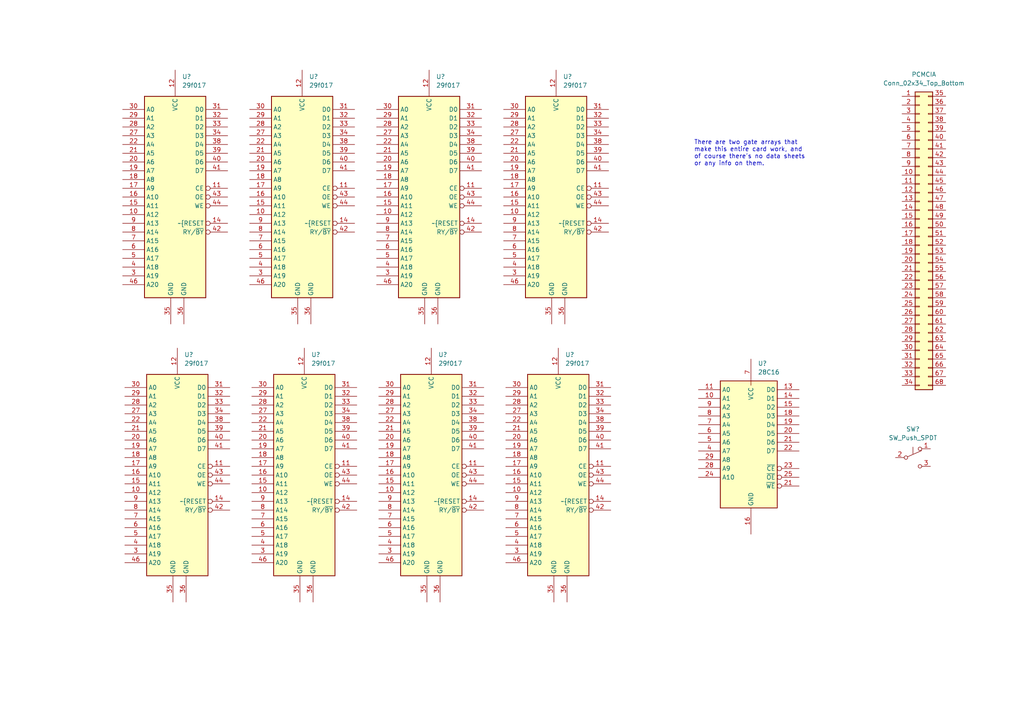
<source format=kicad_sch>
(kicad_sch (version 20211123) (generator eeschema)
  (paper "A4")
  (lib_symbols
    (symbol "Connector_Generic:Conn_02x34_Top_Bottom" (pin_names (offset 1.016) hide)
      (property "Reference" "J" (at 1.27 43.18 0))
      (property "Value" "Conn_02x34_Top_Bottom" (at 1.27 -45.72 0))
      (symbol "Conn_02x34_Top_Bottom_1_1"
        (rectangle (start -1.27 -43.053) (end 0 -43.307) (stroke (width 0.1524)))
        (rectangle (start -1.27 -40.513) (end 0 -40.767) (stroke (width 0.1524)))
        (rectangle (start -1.27 -37.973) (end 0 -38.227) (stroke (width 0.1524)))
        (rectangle (start -1.27 -35.433) (end 0 -35.687) (stroke (width 0.1524)))
        (rectangle (start -1.27 -32.893) (end 0 -33.147) (stroke (width 0.1524)))
        (rectangle (start -1.27 -30.353) (end 0 -30.607) (stroke (width 0.1524)))
        (rectangle (start -1.27 -27.813) (end 0 -28.067) (stroke (width 0.1524)))
        (rectangle (start -1.27 -25.273) (end 0 -25.527) (stroke (width 0.1524)))
        (rectangle (start -1.27 -22.733) (end 0 -22.987) (stroke (width 0.1524)))
        (rectangle (start -1.27 -20.193) (end 0 -20.447) (stroke (width 0.1524)))
        (rectangle (start -1.27 -17.653) (end 0 -17.907) (stroke (width 0.1524)))
        (rectangle (start -1.27 -15.113) (end 0 -15.367) (stroke (width 0.1524)))
        (rectangle (start -1.27 -12.573) (end 0 -12.827) (stroke (width 0.1524)))
        (rectangle (start -1.27 -10.033) (end 0 -10.287) (stroke (width 0.1524)))
        (rectangle (start -1.27 -7.493) (end 0 -7.747) (stroke (width 0.1524)))
        (rectangle (start -1.27 -4.953) (end 0 -5.207) (stroke (width 0.1524)))
        (rectangle (start -1.27 -2.413) (end 0 -2.667) (stroke (width 0.1524)))
        (rectangle (start -1.27 0.127) (end 0 -0.127) (stroke (width 0.1524)))
        (rectangle (start -1.27 2.667) (end 0 2.413) (stroke (width 0.1524)))
        (rectangle (start -1.27 5.207) (end 0 4.953) (stroke (width 0.1524)))
        (rectangle (start -1.27 7.747) (end 0 7.493) (stroke (width 0.1524)))
        (rectangle (start -1.27 10.287) (end 0 10.033) (stroke (width 0.1524)))
        (rectangle (start -1.27 12.827) (end 0 12.573) (stroke (width 0.1524)))
        (rectangle (start -1.27 15.367) (end 0 15.113) (stroke (width 0.1524)))
        (rectangle (start -1.27 17.907) (end 0 17.653) (stroke (width 0.1524)))
        (rectangle (start -1.27 20.447) (end 0 20.193) (stroke (width 0.1524)))
        (rectangle (start -1.27 22.987) (end 0 22.733) (stroke (width 0.1524)))
        (rectangle (start -1.27 25.527) (end 0 25.273) (stroke (width 0.1524)))
        (rectangle (start -1.27 28.067) (end 0 27.813) (stroke (width 0.1524)))
        (rectangle (start -1.27 30.607) (end 0 30.353) (stroke (width 0.1524)))
        (rectangle (start -1.27 33.147) (end 0 32.893) (stroke (width 0.1524)))
        (rectangle (start -1.27 35.687) (end 0 35.433) (stroke (width 0.1524)))
        (rectangle (start -1.27 38.227) (end 0 37.973) (stroke (width 0.1524)))
        (rectangle (start -1.27 40.767) (end 0 40.513) (stroke (width 0.1524)))
        (rectangle (start -1.27 41.91) (end 3.81 -44.45) (stroke (width 0.254)) (fill (type background)))
        (rectangle (start 3.81 -43.053) (end 2.54 -43.307) (stroke (width 0.1524)))
        (rectangle (start 3.81 -40.513) (end 2.54 -40.767) (stroke (width 0.1524)))
        (rectangle (start 3.81 -37.973) (end 2.54 -38.227) (stroke (width 0.1524)))
        (rectangle (start 3.81 -35.433) (end 2.54 -35.687) (stroke (width 0.1524)))
        (rectangle (start 3.81 -32.893) (end 2.54 -33.147) (stroke (width 0.1524)))
        (rectangle (start 3.81 -30.353) (end 2.54 -30.607) (stroke (width 0.1524)))
        (rectangle (start 3.81 -27.813) (end 2.54 -28.067) (stroke (width 0.1524)))
        (rectangle (start 3.81 -25.273) (end 2.54 -25.527) (stroke (width 0.1524)))
        (rectangle (start 3.81 -22.733) (end 2.54 -22.987) (stroke (width 0.1524)))
        (rectangle (start 3.81 -20.193) (end 2.54 -20.447) (stroke (width 0.1524)))
        (rectangle (start 3.81 -17.653) (end 2.54 -17.907) (stroke (width 0.1524)))
        (rectangle (start 3.81 -15.113) (end 2.54 -15.367) (stroke (width 0.1524)))
        (rectangle (start 3.81 -12.573) (end 2.54 -12.827) (stroke (width 0.1524)))
        (rectangle (start 3.81 -10.033) (end 2.54 -10.287) (stroke (width 0.1524)))
        (rectangle (start 3.81 -7.493) (end 2.54 -7.747) (stroke (width 0.1524)))
        (rectangle (start 3.81 -4.953) (end 2.54 -5.207) (stroke (width 0.1524)))
        (rectangle (start 3.81 -2.413) (end 2.54 -2.667) (stroke (width 0.1524)))
        (rectangle (start 3.81 0.127) (end 2.54 -0.127) (stroke (width 0.1524)))
        (rectangle (start 3.81 2.667) (end 2.54 2.413) (stroke (width 0.1524)))
        (rectangle (start 3.81 5.207) (end 2.54 4.953) (stroke (width 0.1524)))
        (rectangle (start 3.81 7.747) (end 2.54 7.493) (stroke (width 0.1524)))
        (rectangle (start 3.81 10.287) (end 2.54 10.033) (stroke (width 0.1524)))
        (rectangle (start 3.81 12.827) (end 2.54 12.573) (stroke (width 0.1524)))
        (rectangle (start 3.81 15.367) (end 2.54 15.113) (stroke (width 0.1524)))
        (rectangle (start 3.81 17.907) (end 2.54 17.653) (stroke (width 0.1524)))
        (rectangle (start 3.81 20.447) (end 2.54 20.193) (stroke (width 0.1524)))
        (rectangle (start 3.81 22.987) (end 2.54 22.733) (stroke (width 0.1524)))
        (rectangle (start 3.81 25.527) (end 2.54 25.273) (stroke (width 0.1524)))
        (rectangle (start 3.81 28.067) (end 2.54 27.813) (stroke (width 0.1524)))
        (rectangle (start 3.81 30.607) (end 2.54 30.353) (stroke (width 0.1524)))
        (rectangle (start 3.81 33.147) (end 2.54 32.893) (stroke (width 0.1524)))
        (rectangle (start 3.81 35.687) (end 2.54 35.433) (stroke (width 0.1524)))
        (rectangle (start 3.81 38.227) (end 2.54 37.973) (stroke (width 0.1524)))
        (rectangle (start 3.81 40.767) (end 2.54 40.513) (stroke (width 0.1524)))
        (pin passive line (at -5.08 40.64 0) (length 3.81) (name "Pin_1") (number "1"))
        (pin passive line (at -5.08 17.78 0) (length 3.81) (name "Pin_10") (number "10"))
        (pin passive line (at -5.08 15.24 0) (length 3.81) (name "Pin_11") (number "11"))
        (pin passive line (at -5.08 12.7 0) (length 3.81) (name "Pin_12") (number "12"))
        (pin passive line (at -5.08 10.16 0) (length 3.81) (name "Pin_13") (number "13"))
        (pin passive line (at -5.08 7.62 0) (length 3.81) (name "Pin_14") (number "14"))
        (pin passive line (at -5.08 5.08 0) (length 3.81) (name "Pin_15") (number "15"))
        (pin passive line (at -5.08 2.54 0) (length 3.81) (name "Pin_16") (number "16"))
        (pin passive line (at -5.08 0 0) (length 3.81) (name "Pin_17") (number "17"))
        (pin passive line (at -5.08 -2.54 0) (length 3.81) (name "Pin_18") (number "18"))
        (pin passive line (at -5.08 -5.08 0) (length 3.81) (name "Pin_19") (number "19"))
        (pin passive line (at -5.08 38.1 0) (length 3.81) (name "Pin_2") (number "2"))
        (pin passive line (at -5.08 -7.62 0) (length 3.81) (name "Pin_20") (number "20"))
        (pin passive line (at -5.08 -10.16 0) (length 3.81) (name "Pin_21") (number "21"))
        (pin passive line (at -5.08 -12.7 0) (length 3.81) (name "Pin_22") (number "22"))
        (pin passive line (at -5.08 -15.24 0) (length 3.81) (name "Pin_23") (number "23"))
        (pin passive line (at -5.08 -17.78 0) (length 3.81) (name "Pin_24") (number "24"))
        (pin passive line (at -5.08 -20.32 0) (length 3.81) (name "Pin_25") (number "25"))
        (pin passive line (at -5.08 -22.86 0) (length 3.81) (name "Pin_26") (number "26"))
        (pin passive line (at -5.08 -25.4 0) (length 3.81) (name "Pin_27") (number "27"))
        (pin passive line (at -5.08 -27.94 0) (length 3.81) (name "Pin_28") (number "28"))
        (pin passive line (at -5.08 -30.48 0) (length 3.81) (name "Pin_29") (number "29"))
        (pin passive line (at -5.08 35.56 0) (length 3.81) (name "Pin_3") (number "3"))
        (pin passive line (at -5.08 -33.02 0) (length 3.81) (name "Pin_30") (number "30"))
        (pin passive line (at -5.08 -35.56 0) (length 3.81) (name "Pin_31") (number "31"))
        (pin passive line (at -5.08 -38.1 0) (length 3.81) (name "Pin_32") (number "32"))
        (pin passive line (at -5.08 -40.64 0) (length 3.81) (name "Pin_33") (number "33"))
        (pin passive line (at -5.08 -43.18 0) (length 3.81) (name "Pin_34") (number "34"))
        (pin passive line (at 7.62 40.64 180) (length 3.81) (name "Pin_35") (number "35"))
        (pin passive line (at 7.62 38.1 180) (length 3.81) (name "Pin_36") (number "36"))
        (pin passive line (at 7.62 35.56 180) (length 3.81) (name "Pin_37") (number "37"))
        (pin passive line (at 7.62 33.02 180) (length 3.81) (name "Pin_38") (number "38"))
        (pin passive line (at 7.62 30.48 180) (length 3.81) (name "Pin_39") (number "39"))
        (pin passive line (at -5.08 33.02 0) (length 3.81) (name "Pin_4") (number "4"))
        (pin passive line (at 7.62 27.94 180) (length 3.81) (name "Pin_40") (number "40"))
        (pin passive line (at 7.62 25.4 180) (length 3.81) (name "Pin_41") (number "41"))
        (pin passive line (at 7.62 22.86 180) (length 3.81) (name "Pin_42") (number "42"))
        (pin passive line (at 7.62 20.32 180) (length 3.81) (name "Pin_43") (number "43"))
        (pin passive line (at 7.62 17.78 180) (length 3.81) (name "Pin_44") (number "44"))
        (pin passive line (at 7.62 15.24 180) (length 3.81) (name "Pin_45") (number "45"))
        (pin passive line (at 7.62 12.7 180) (length 3.81) (name "Pin_46") (number "46"))
        (pin passive line (at 7.62 10.16 180) (length 3.81) (name "Pin_47") (number "47"))
        (pin passive line (at 7.62 7.62 180) (length 3.81) (name "Pin_48") (number "48"))
        (pin passive line (at 7.62 5.08 180) (length 3.81) (name "Pin_49") (number "49"))
        (pin passive line (at -5.08 30.48 0) (length 3.81) (name "Pin_5") (number "5"))
        (pin passive line (at 7.62 2.54 180) (length 3.81) (name "Pin_50") (number "50"))
        (pin passive line (at 7.62 0 180) (length 3.81) (name "Pin_51") (number "51"))
        (pin passive line (at 7.62 -2.54 180) (length 3.81) (name "Pin_52") (number "52"))
        (pin passive line (at 7.62 -5.08 180) (length 3.81) (name "Pin_53") (number "53"))
        (pin passive line (at 7.62 -7.62 180) (length 3.81) (name "Pin_54") (number "54"))
        (pin passive line (at 7.62 -10.16 180) (length 3.81) (name "Pin_55") (number "55"))
        (pin passive line (at 7.62 -12.7 180) (length 3.81) (name "Pin_56") (number "56"))
        (pin passive line (at 7.62 -15.24 180) (length 3.81) (name "Pin_57") (number "57"))
        (pin passive line (at 7.62 -17.78 180) (length 3.81) (name "Pin_58") (number "58"))
        (pin passive line (at 7.62 -20.32 180) (length 3.81) (name "Pin_59") (number "59"))
        (pin passive line (at -5.08 27.94 0) (length 3.81) (name "Pin_6") (number "6"))
        (pin passive line (at 7.62 -22.86 180) (length 3.81) (name "Pin_60") (number "60"))
        (pin passive line (at 7.62 -25.4 180) (length 3.81) (name "Pin_61") (number "61"))
        (pin passive line (at 7.62 -27.94 180) (length 3.81) (name "Pin_62") (number "62"))
        (pin passive line (at 7.62 -30.48 180) (length 3.81) (name "Pin_63") (number "63"))
        (pin passive line (at 7.62 -33.02 180) (length 3.81) (name "Pin_64") (number "64"))
        (pin passive line (at 7.62 -35.56 180) (length 3.81) (name "Pin_65") (number "65"))
        (pin passive line (at 7.62 -38.1 180) (length 3.81) (name "Pin_66") (number "66"))
        (pin passive line (at 7.62 -40.64 180) (length 3.81) (name "Pin_67") (number "67"))
        (pin passive line (at 7.62 -43.18 180) (length 3.81) (name "Pin_68") (number "68"))
        (pin passive line (at -5.08 25.4 0) (length 3.81) (name "Pin_7") (number "7"))
        (pin passive line (at -5.08 22.86 0) (length 3.81) (name "Pin_8") (number "8"))
        (pin passive line (at -5.08 20.32 0) (length 3.81) (name "Pin_9") (number "9"))
      )
    )
    (symbol "Memory_EEPROM:28C16"
      (property "Reference" "U" (at -7.62 41.91 0))
      (property "Value" "28C16" (at -5.08 39.37 0))
      (symbol "28C16_0_1"
        (rectangle (start -8.89 38.1) (end 7.62 1.27) (stroke (width 0.254)) (fill (type background)))
      )
      (symbol "28C16_1_1"
        (pin no_connect line (at -15.24 -6.35 0) (length 6.35) hide (name "D.C.") (number "1"))
        (pin input line (at -15.24 33.02 0) (length 6.35) (name "A1") (number "10"))
        (pin input line (at -15.24 35.56 0) (length 6.35) (name "A0") (number "11"))
        (pin no_connect line (at -15.24 -13.97 0) (length 6.35) hide (name "N.C.") (number "12"))
        (pin tri_state line (at 13.97 35.56 180) (length 6.35) (name "D0") (number "13"))
        (pin tri_state line (at 13.97 33.02 180) (length 6.35) (name "D1") (number "14"))
        (pin tri_state line (at 13.97 30.48 180) (length 6.35) (name "D2") (number "15"))
        (pin input line (at 0 -6.35 90) (length 7.62) (name "GND") (number "16"))
        (pin no_connect line (at -15.24 -16.51 0) (length 6.35) hide (name "D.C.") (number "17"))
        (pin tri_state line (at 13.97 27.94 180) (length 6.35) (name "D3") (number "18"))
        (pin tri_state line (at 13.97 25.4 180) (length 6.35) (name "D4") (number "19"))
        (pin no_connect line (at -15.24 -8.89 0) (length 6.35) hide (name "N.C.") (number "2"))
        (pin tri_state line (at 13.97 22.86 180) (length 6.35) (name "D5") (number "20"))
        (pin tri_state line (at 13.97 20.32 180) (length 6.35) (name "D6") (number "21"))
        (pin input inverted (at 13.97 7.62 180) (length 6.35) (name "~{WE}") (number "21"))
        (pin tri_state line (at 13.97 17.78 180) (length 6.35) (name "D7") (number "22"))
        (pin input inverted (at 13.97 12.7 180) (length 6.35) (name "~{CE}") (number "23"))
        (pin input line (at -15.24 10.16 0) (length 6.35) (name "A10") (number "24"))
        (pin input inverted (at 13.97 10.16 180) (length 6.35) (name "~{OE}") (number "25"))
        (pin no_connect line (at -15.24 -19.05 0) (length 6.35) hide (name "N.C.") (number "26"))
        (pin no_connect line (at -15.24 -21.59 0) (length 6.35) hide (name "N.C.") (number "27"))
        (pin input line (at -15.24 12.7 0) (length 6.35) (name "A9") (number "28"))
        (pin input line (at -15.24 15.24 0) (length 6.35) (name "A8") (number "29"))
        (pin no_connect line (at -15.24 -11.43 0) (length 6.35) hide (name "N.C.") (number "3"))
        (pin no_connect line (at -15.24 -24.13 0) (length 6.35) hide (name "N.C.") (number "30"))
        (pin input line (at -15.24 17.78 0) (length 6.35) (name "A7") (number "4"))
        (pin input line (at -15.24 20.32 0) (length 6.35) (name "A6") (number "5"))
        (pin input line (at -15.24 22.86 0) (length 6.35) (name "A5") (number "6"))
        (pin input line (at -15.24 25.4 0) (length 6.35) (name "A4") (number "7"))
        (pin input line (at 0 44.45 270) (length 7.62) (name "VCC") (number "7"))
        (pin input line (at -15.24 27.94 0) (length 6.35) (name "A3") (number "8"))
        (pin input line (at -15.24 30.48 0) (length 6.35) (name "A2") (number "9"))
      )
    )
    (symbol "Memory_Flash:29f017"
      (property "Reference" "U" (at -7.62 64.77 0))
      (property "Value" "29f017" (at -5.08 62.23 0))
      (symbol "29f017_0_1"
        (rectangle (start -8.89 60.96) (end 8.89 2.54) (stroke (width 0.254)) (fill (type background)))
      )
      (symbol "29f017_1_1"
        (pin no_connect line (at -15.24 -2.54 0) (length 6.35) hide (name "N.C.") (number "1"))
        (pin input line (at -15.24 26.67 0) (length 6.35) (name "A12") (number "10"))
        (pin input inverted (at 15.24 34.29 180) (length 6.35) (name "CE") (number "11"))
        (pin input line (at 0 68.58 270) (length 7.62) (name "VCC") (number "12"))
        (pin no_connect line (at -15.24 -22.86 0) (length 6.35) hide (name "N.C.") (number "13"))
        (pin input inverted (at 15.24 24.13 180) (length 6.35) (name "~{RESET") (number "14"))
        (pin input line (at -15.24 29.21 0) (length 6.35) (name "A11") (number "15"))
        (pin input line (at -15.24 31.75 0) (length 6.35) (name "A10") (number "16"))
        (pin input line (at -15.24 34.29 0) (length 6.35) (name "A9") (number "17"))
        (pin input line (at -15.24 36.83 0) (length 6.35) (name "A8") (number "18"))
        (pin input line (at -15.24 39.37 0) (length 6.35) (name "A7") (number "19"))
        (pin no_connect line (at -15.24 -5.08 0) (length 6.35) hide (name "N.C.") (number "2"))
        (pin input line (at -15.24 41.91 0) (length 6.35) (name "A6") (number "20"))
        (pin input line (at -15.24 44.45 0) (length 6.35) (name "A5") (number "21"))
        (pin input line (at -15.24 46.99 0) (length 6.35) (name "A4") (number "22"))
        (pin no_connect line (at -15.24 -7.62 0) (length 6.35) hide (name "N.C.") (number "23"))
        (pin no_connect line (at -15.24 -10.16 0) (length 6.35) hide (name "N.C.") (number "24"))
        (pin no_connect line (at -15.24 -12.7 0) (length 6.35) hide (name "N.C.") (number "25"))
        (pin no_connect line (at -15.24 -15.24 0) (length 6.35) hide (name "N.C.") (number "26"))
        (pin input line (at -15.24 49.53 0) (length 6.35) (name "A3") (number "27"))
        (pin input line (at -15.24 52.07 0) (length 6.35) (name "A2") (number "28"))
        (pin input line (at -15.24 54.61 0) (length 6.35) (name "A1") (number "29"))
        (pin input line (at -15.24 8.89 0) (length 6.35) (name "A19") (number "3"))
        (pin input line (at -15.24 57.15 0) (length 6.35) (name "A0") (number "30"))
        (pin tri_state line (at 15.24 57.15 180) (length 6.35) (name "D0") (number "31"))
        (pin tri_state line (at 15.24 54.61 180) (length 6.35) (name "D1") (number "32"))
        (pin tri_state line (at 15.24 52.07 180) (length 6.35) (name "D2") (number "33"))
        (pin tri_state line (at 15.24 49.53 180) (length 6.35) (name "D3") (number "34"))
        (pin input line (at -1.27 -5.08 90) (length 7.62) (name "GND") (number "35"))
        (pin input line (at 2.54 -5.08 90) (length 7.62) (name "GND") (number "36"))
        (pin tri_state line (at 15.24 46.99 180) (length 6.35) (name "D4") (number "38"))
        (pin tri_state line (at 15.24 44.45 180) (length 6.35) (name "D5") (number "39"))
        (pin input line (at -15.24 11.43 0) (length 6.35) (name "A18") (number "4"))
        (pin tri_state line (at 15.24 41.91 180) (length 6.35) (name "D6") (number "40"))
        (pin tri_state line (at 15.24 39.37 180) (length 6.35) (name "D7") (number "41"))
        (pin input inverted (at 15.24 21.59 180) (length 6.35) (name "RY/~{BY}") (number "42"))
        (pin input inverted (at 15.24 31.75 180) (length 6.35) (name "OE") (number "43"))
        (pin input inverted (at 15.24 29.21 180) (length 6.35) (name "WE") (number "44"))
        (pin no_connect line (at -15.24 -25.4 0) (length 6.35) hide (name "N.C.") (number "45"))
        (pin input line (at -15.24 6.35 0) (length 6.35) (name "A20") (number "46"))
        (pin no_connect line (at -15.24 -17.78 0) (length 6.35) hide (name "N.C.") (number "47"))
        (pin no_connect line (at -15.24 -20.32 0) (length 6.35) hide (name "N.C.") (number "48"))
        (pin input line (at -15.24 13.97 0) (length 6.35) (name "A17") (number "5"))
        (pin input line (at -15.24 16.51 0) (length 6.35) (name "A16") (number "6"))
        (pin input line (at -15.24 19.05 0) (length 6.35) (name "A15") (number "7"))
        (pin input line (at -15.24 21.59 0) (length 6.35) (name "A14") (number "8"))
        (pin input line (at -15.24 24.13 0) (length 6.35) (name "A13") (number "9"))
      )
    )
    (symbol "Switch:SW_Push_SPDT" (pin_names (offset 0) hide)
      (property "Reference" "SW" (at 0 4.318 0))
      (property "Value" "SW_Push_SPDT" (at 0 -5.08 0))
      (symbol "SW_Push_SPDT_0_0"
        (circle (center -2.032 0) (radius 0.508))
        (polyline (pts (xy 0 1.016) (xy 0 3.048)))
        (circle (center 2.032 -2.54) (radius 0.508))
      )
      (symbol "SW_Push_SPDT_0_1"
        (polyline (pts (xy -1.524 0.254) (xy 2.54 2.032)))
        (circle (center 2.032 2.54) (radius 0.508))
      )
      (symbol "SW_Push_SPDT_1_1"
        (pin passive line (at 5.08 2.54 180) (length 2.54) (name "A") (number "1"))
        (pin passive line (at -5.08 0 0) (length 2.54) (name "B") (number "2"))
        (pin passive line (at 5.08 -2.54 180) (length 2.54) (name "C") (number "3"))
      )
    )
  )
  (text "There are two gate arrays that\nmake this entire card work, and\nof course there's no data sheets\nor any info on them." (at 201.295 48.26 0) (effects (font (size 1.27 1.27)) (justify left bottom)))
  (symbol (lib_id "Memory_Flash:29f017") (at 161.925 169.545 0) (unit 1)
    (property "Reference" "U?" (at 163.9444 102.87 0) (effects (justify left)))
    (property "Value" "29f017" (at 163.9444 105.41 0) (effects (justify left)))
  )
  (symbol (lib_id "Switch:SW_Push_SPDT") (at 264.795 132.715 0) (unit 1)
    (property "Reference" "SW?" (at 264.795 124.46 0))
    (property "Value" "SW_Push_SPDT" (at 264.795 127 0))
  )
  (symbol (lib_id "Connector_Generic:Conn_02x34_Top_Bottom") (at 266.7 68.58 0) (unit 1)
    (property "Reference" "PCMCIA" (at 267.97 21.59 0))
    (property "Value" "Conn_02x34_Top_Bottom" (at 267.97 24.13 0))
  )
  (symbol (lib_id "Memory_Flash:29f017") (at 87.63 88.9 0) (unit 1)
    (property "Reference" "U?" (at 89.6494 22.225 0) (effects (justify left)))
    (property "Value" "29f017" (at 89.6494 24.765 0) (effects (justify left)))
  )
  (symbol (lib_id "Memory_Flash:29f017") (at 161.29 88.9 0) (unit 1)
    (property "Reference" "U?" (at 163.3094 22.225 0) (effects (justify left)))
    (property "Value" "29f017" (at 163.3094 24.765 0) (effects (justify left)))
  )
  (symbol (lib_id "Memory_EEPROM:28C16") (at 217.805 148.59 0) (unit 1)
    (property "Reference" "U?" (at 219.8244 105.41 0) (effects (justify left)))
    (property "Value" "28C16" (at 219.8244 107.95 0) (effects (justify left)))
  )
  (symbol (lib_id "Memory_Flash:29f017") (at 50.8 88.9 0) (unit 1)
    (property "Reference" "U?" (at 52.8194 22.225 0) (effects (justify left)))
    (property "Value" "29f017" (at 52.8194 24.765 0) (effects (justify left)))
  )
  (symbol (lib_id "Memory_Flash:29f017") (at 51.435 169.545 0) (unit 1)
    (property "Reference" "U?" (at 53.4544 102.87 0) (effects (justify left)))
    (property "Value" "29f017" (at 53.4544 105.41 0) (effects (justify left)))
  )
  (symbol (lib_id "Memory_Flash:29f017") (at 125.095 169.545 0) (unit 1)
    (property "Reference" "U?" (at 127.1144 102.87 0) (effects (justify left)))
    (property "Value" "29f017" (at 127.1144 105.41 0) (effects (justify left)))
  )
  (symbol (lib_id "Memory_Flash:29f017") (at 88.265 169.545 0) (unit 1)
    (property "Reference" "U?" (at 90.2844 102.87 0) (effects (justify left)))
    (property "Value" "29f017" (at 90.2844 105.41 0) (effects (justify left)))
  )
  (symbol (lib_id "Memory_Flash:29f017") (at 124.46 88.9 0) (unit 1)
    (property "Reference" "U?" (at 126.4794 22.225 0) (effects (justify left)))
    (property "Value" "29f017" (at 126.4794 24.765 0) (effects (justify left)))
  )
)
</source>
